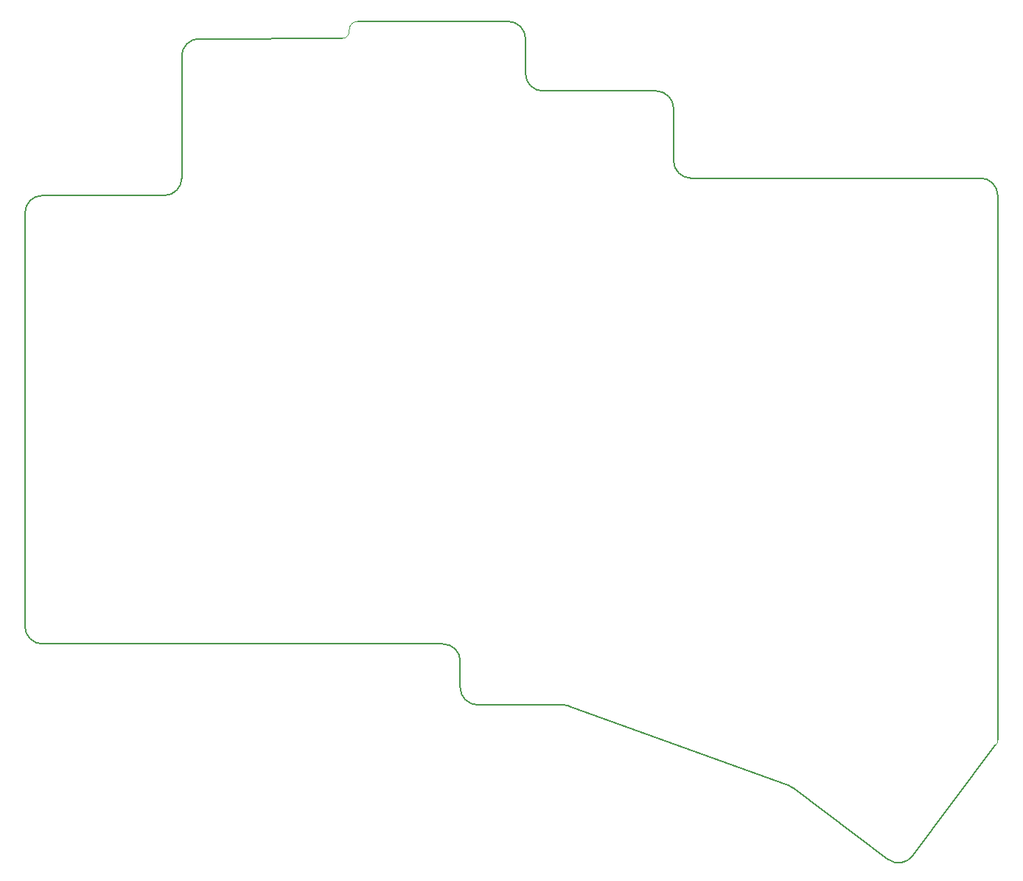
<source format=gbr>
%TF.GenerationSoftware,KiCad,Pcbnew,6.0.5-2.fc36*%
%TF.CreationDate,2022-05-30T19:14:05+02:00*%
%TF.ProjectId,main,6d61696e-2e6b-4696-9361-645f70636258,v1.0.0*%
%TF.SameCoordinates,Original*%
%TF.FileFunction,Profile,NP*%
%FSLAX46Y46*%
G04 Gerber Fmt 4.6, Leading zero omitted, Abs format (unit mm)*
G04 Created by KiCad (PCBNEW 6.0.5-2.fc36) date 2022-05-30 19:14:05*
%MOMM*%
%LPD*%
G01*
G04 APERTURE LIST*
%TA.AperFunction,Profile*%
%ADD10C,0.050000*%
%TD*%
%TA.AperFunction,Profile*%
%ADD11C,0.150000*%
%TD*%
G04 APERTURE END LIST*
D10*
X25700000Y60799999D02*
G75*
G03*
X26500000Y61800000I198J819842D01*
G01*
X27500001Y62750036D02*
G75*
G03*
X26500000Y61800000I-30001J-969736D01*
G01*
X100713146Y-20415775D02*
G75*
G03*
X100999999Y-19750000I-513146J615775D01*
G01*
D11*
X-8750000Y-8750000D02*
X37250000Y-8750000D01*
X-10750000Y-6750000D02*
X-10750000Y40750000D01*
X-8750000Y42750000D02*
X5250000Y42750000D01*
X9250000Y60750000D02*
X25700000Y60800000D01*
X7250000Y44750000D02*
X7250000Y58750000D01*
X27500000Y62750000D02*
X44750000Y62750000D01*
X46750000Y60750000D02*
X46750000Y56750000D01*
X48750000Y54750000D02*
X61750000Y54750000D01*
X63750000Y46750000D02*
X63750000Y52750000D01*
X65750000Y44750000D02*
X99000000Y44750000D01*
X41250000Y-15750000D02*
X51090640Y-15750000D01*
X39250000Y-13750000D02*
X39250000Y-10750000D01*
X51774680Y-15870615D02*
X77118215Y-25094907D01*
X77637805Y-25377021D02*
X88406613Y-33491901D01*
X91207514Y-33098260D02*
X100700000Y-20400000D01*
X101000000Y-19750000D02*
X101000000Y42750000D01*
X39250000Y-10750000D02*
G75*
G03*
X37250000Y-8750000I-2000000J0D01*
G01*
X39250000Y-13750000D02*
G75*
G03*
X41250000Y-15750000I2000000J0D01*
G01*
X51774680Y-15870615D02*
G75*
G03*
X51090640Y-15750000I-684040J-1879385D01*
G01*
X77637805Y-25377021D02*
G75*
G03*
X77118215Y-25094907I-1203630J-1597271D01*
G01*
X88406613Y-33491901D02*
G75*
G03*
X91207514Y-33098260I1203630J1597271D01*
G01*
X101000000Y42750000D02*
G75*
G03*
X99000000Y44750000I-2000000J0D01*
G01*
X63750000Y46750000D02*
G75*
G03*
X65750000Y44750000I2000000J0D01*
G01*
X63750000Y52750000D02*
G75*
G03*
X61750000Y54750000I-2000000J0D01*
G01*
X46750000Y56750000D02*
G75*
G03*
X48750000Y54750000I2000000J0D01*
G01*
X46750000Y60750000D02*
G75*
G03*
X44750000Y62750000I-2000000J0D01*
G01*
X9250000Y60750000D02*
G75*
G03*
X7250000Y58750000I0J-2000000D01*
G01*
X5250000Y42750000D02*
G75*
G03*
X7250000Y44750000I0J2000000D01*
G01*
X-8750000Y42750000D02*
G75*
G03*
X-10750000Y40750000I0J-2000000D01*
G01*
X-10750000Y-6750000D02*
G75*
G03*
X-8750000Y-8750000I2000000J0D01*
G01*
M02*

</source>
